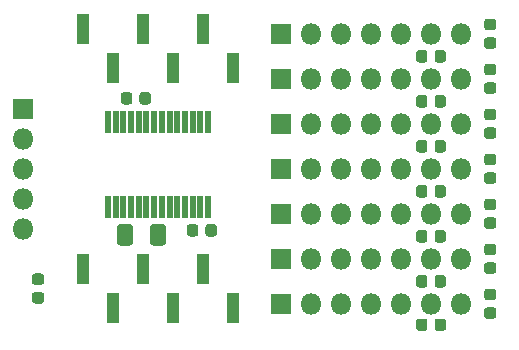
<source format=gts>
%TF.GenerationSoftware,KiCad,Pcbnew,(5.1.6)-1*%
%TF.CreationDate,2020-07-31T18:02:46-07:00*%
%TF.ProjectId,dspic33ev256gm102,64737069-6333-4336-9576-323536676d31,rev?*%
%TF.SameCoordinates,Original*%
%TF.FileFunction,Soldermask,Top*%
%TF.FilePolarity,Negative*%
%FSLAX46Y46*%
G04 Gerber Fmt 4.6, Leading zero omitted, Abs format (unit mm)*
G04 Created by KiCad (PCBNEW (5.1.6)-1) date 2020-07-31 18:02:46*
%MOMM*%
%LPD*%
G01*
G04 APERTURE LIST*
%ADD10O,1.801600X1.801600*%
%ADD11R,1.801600X1.801600*%
%ADD12R,0.551600X1.851600*%
%ADD13R,1.101600X2.611600*%
G04 APERTURE END LIST*
D10*
%TO.C,J3*%
X190881000Y-83820000D03*
X188341000Y-83820000D03*
X185801000Y-83820000D03*
X183261000Y-83820000D03*
X180721000Y-83820000D03*
X178181000Y-83820000D03*
D11*
X175641000Y-83820000D03*
%TD*%
%TO.C,R14*%
G36*
G01*
X187065200Y-101119650D02*
X187065200Y-100556350D01*
G75*
G02*
X187309350Y-100312200I244150J0D01*
G01*
X187797650Y-100312200D01*
G75*
G02*
X188041800Y-100556350I0J-244150D01*
G01*
X188041800Y-101119650D01*
G75*
G02*
X187797650Y-101363800I-244150J0D01*
G01*
X187309350Y-101363800D01*
G75*
G02*
X187065200Y-101119650I0J244150D01*
G01*
G37*
G36*
G01*
X188640200Y-101119650D02*
X188640200Y-100556350D01*
G75*
G02*
X188884350Y-100312200I244150J0D01*
G01*
X189372650Y-100312200D01*
G75*
G02*
X189616800Y-100556350I0J-244150D01*
G01*
X189616800Y-101119650D01*
G75*
G02*
X189372650Y-101363800I-244150J0D01*
G01*
X188884350Y-101363800D01*
G75*
G02*
X188640200Y-101119650I0J244150D01*
G01*
G37*
%TD*%
%TO.C,R13*%
G36*
G01*
X187065200Y-97436650D02*
X187065200Y-96873350D01*
G75*
G02*
X187309350Y-96629200I244150J0D01*
G01*
X187797650Y-96629200D01*
G75*
G02*
X188041800Y-96873350I0J-244150D01*
G01*
X188041800Y-97436650D01*
G75*
G02*
X187797650Y-97680800I-244150J0D01*
G01*
X187309350Y-97680800D01*
G75*
G02*
X187065200Y-97436650I0J244150D01*
G01*
G37*
G36*
G01*
X188640200Y-97436650D02*
X188640200Y-96873350D01*
G75*
G02*
X188884350Y-96629200I244150J0D01*
G01*
X189372650Y-96629200D01*
G75*
G02*
X189616800Y-96873350I0J-244150D01*
G01*
X189616800Y-97436650D01*
G75*
G02*
X189372650Y-97680800I-244150J0D01*
G01*
X188884350Y-97680800D01*
G75*
G02*
X188640200Y-97436650I0J244150D01*
G01*
G37*
%TD*%
%TO.C,R12*%
G36*
G01*
X187065200Y-93626650D02*
X187065200Y-93063350D01*
G75*
G02*
X187309350Y-92819200I244150J0D01*
G01*
X187797650Y-92819200D01*
G75*
G02*
X188041800Y-93063350I0J-244150D01*
G01*
X188041800Y-93626650D01*
G75*
G02*
X187797650Y-93870800I-244150J0D01*
G01*
X187309350Y-93870800D01*
G75*
G02*
X187065200Y-93626650I0J244150D01*
G01*
G37*
G36*
G01*
X188640200Y-93626650D02*
X188640200Y-93063350D01*
G75*
G02*
X188884350Y-92819200I244150J0D01*
G01*
X189372650Y-92819200D01*
G75*
G02*
X189616800Y-93063350I0J-244150D01*
G01*
X189616800Y-93626650D01*
G75*
G02*
X189372650Y-93870800I-244150J0D01*
G01*
X188884350Y-93870800D01*
G75*
G02*
X188640200Y-93626650I0J244150D01*
G01*
G37*
%TD*%
%TO.C,R11*%
G36*
G01*
X187065200Y-89816650D02*
X187065200Y-89253350D01*
G75*
G02*
X187309350Y-89009200I244150J0D01*
G01*
X187797650Y-89009200D01*
G75*
G02*
X188041800Y-89253350I0J-244150D01*
G01*
X188041800Y-89816650D01*
G75*
G02*
X187797650Y-90060800I-244150J0D01*
G01*
X187309350Y-90060800D01*
G75*
G02*
X187065200Y-89816650I0J244150D01*
G01*
G37*
G36*
G01*
X188640200Y-89816650D02*
X188640200Y-89253350D01*
G75*
G02*
X188884350Y-89009200I244150J0D01*
G01*
X189372650Y-89009200D01*
G75*
G02*
X189616800Y-89253350I0J-244150D01*
G01*
X189616800Y-89816650D01*
G75*
G02*
X189372650Y-90060800I-244150J0D01*
G01*
X188884350Y-90060800D01*
G75*
G02*
X188640200Y-89816650I0J244150D01*
G01*
G37*
%TD*%
%TO.C,R7*%
G36*
G01*
X193075850Y-99359200D02*
X193639150Y-99359200D01*
G75*
G02*
X193883300Y-99603350I0J-244150D01*
G01*
X193883300Y-100091650D01*
G75*
G02*
X193639150Y-100335800I-244150J0D01*
G01*
X193075850Y-100335800D01*
G75*
G02*
X192831700Y-100091650I0J244150D01*
G01*
X192831700Y-99603350D01*
G75*
G02*
X193075850Y-99359200I244150J0D01*
G01*
G37*
G36*
G01*
X193075850Y-97784200D02*
X193639150Y-97784200D01*
G75*
G02*
X193883300Y-98028350I0J-244150D01*
G01*
X193883300Y-98516650D01*
G75*
G02*
X193639150Y-98760800I-244150J0D01*
G01*
X193075850Y-98760800D01*
G75*
G02*
X192831700Y-98516650I0J244150D01*
G01*
X192831700Y-98028350D01*
G75*
G02*
X193075850Y-97784200I244150J0D01*
G01*
G37*
%TD*%
%TO.C,R6*%
G36*
G01*
X193075850Y-95549200D02*
X193639150Y-95549200D01*
G75*
G02*
X193883300Y-95793350I0J-244150D01*
G01*
X193883300Y-96281650D01*
G75*
G02*
X193639150Y-96525800I-244150J0D01*
G01*
X193075850Y-96525800D01*
G75*
G02*
X192831700Y-96281650I0J244150D01*
G01*
X192831700Y-95793350D01*
G75*
G02*
X193075850Y-95549200I244150J0D01*
G01*
G37*
G36*
G01*
X193075850Y-93974200D02*
X193639150Y-93974200D01*
G75*
G02*
X193883300Y-94218350I0J-244150D01*
G01*
X193883300Y-94706650D01*
G75*
G02*
X193639150Y-94950800I-244150J0D01*
G01*
X193075850Y-94950800D01*
G75*
G02*
X192831700Y-94706650I0J244150D01*
G01*
X192831700Y-94218350D01*
G75*
G02*
X193075850Y-93974200I244150J0D01*
G01*
G37*
%TD*%
%TO.C,R5*%
G36*
G01*
X193075850Y-91739200D02*
X193639150Y-91739200D01*
G75*
G02*
X193883300Y-91983350I0J-244150D01*
G01*
X193883300Y-92471650D01*
G75*
G02*
X193639150Y-92715800I-244150J0D01*
G01*
X193075850Y-92715800D01*
G75*
G02*
X192831700Y-92471650I0J244150D01*
G01*
X192831700Y-91983350D01*
G75*
G02*
X193075850Y-91739200I244150J0D01*
G01*
G37*
G36*
G01*
X193075850Y-90164200D02*
X193639150Y-90164200D01*
G75*
G02*
X193883300Y-90408350I0J-244150D01*
G01*
X193883300Y-90896650D01*
G75*
G02*
X193639150Y-91140800I-244150J0D01*
G01*
X193075850Y-91140800D01*
G75*
G02*
X192831700Y-90896650I0J244150D01*
G01*
X192831700Y-90408350D01*
G75*
G02*
X193075850Y-90164200I244150J0D01*
G01*
G37*
%TD*%
%TO.C,R4*%
G36*
G01*
X193075850Y-87929200D02*
X193639150Y-87929200D01*
G75*
G02*
X193883300Y-88173350I0J-244150D01*
G01*
X193883300Y-88661650D01*
G75*
G02*
X193639150Y-88905800I-244150J0D01*
G01*
X193075850Y-88905800D01*
G75*
G02*
X192831700Y-88661650I0J244150D01*
G01*
X192831700Y-88173350D01*
G75*
G02*
X193075850Y-87929200I244150J0D01*
G01*
G37*
G36*
G01*
X193075850Y-86354200D02*
X193639150Y-86354200D01*
G75*
G02*
X193883300Y-86598350I0J-244150D01*
G01*
X193883300Y-87086650D01*
G75*
G02*
X193639150Y-87330800I-244150J0D01*
G01*
X193075850Y-87330800D01*
G75*
G02*
X192831700Y-87086650I0J244150D01*
G01*
X192831700Y-86598350D01*
G75*
G02*
X193075850Y-86354200I244150J0D01*
G01*
G37*
%TD*%
%TO.C,R10*%
G36*
G01*
X187065200Y-86006650D02*
X187065200Y-85443350D01*
G75*
G02*
X187309350Y-85199200I244150J0D01*
G01*
X187797650Y-85199200D01*
G75*
G02*
X188041800Y-85443350I0J-244150D01*
G01*
X188041800Y-86006650D01*
G75*
G02*
X187797650Y-86250800I-244150J0D01*
G01*
X187309350Y-86250800D01*
G75*
G02*
X187065200Y-86006650I0J244150D01*
G01*
G37*
G36*
G01*
X188640200Y-86006650D02*
X188640200Y-85443350D01*
G75*
G02*
X188884350Y-85199200I244150J0D01*
G01*
X189372650Y-85199200D01*
G75*
G02*
X189616800Y-85443350I0J-244150D01*
G01*
X189616800Y-86006650D01*
G75*
G02*
X189372650Y-86250800I-244150J0D01*
G01*
X188884350Y-86250800D01*
G75*
G02*
X188640200Y-86006650I0J244150D01*
G01*
G37*
%TD*%
%TO.C,R3*%
G36*
G01*
X193075850Y-84119200D02*
X193639150Y-84119200D01*
G75*
G02*
X193883300Y-84363350I0J-244150D01*
G01*
X193883300Y-84851650D01*
G75*
G02*
X193639150Y-85095800I-244150J0D01*
G01*
X193075850Y-85095800D01*
G75*
G02*
X192831700Y-84851650I0J244150D01*
G01*
X192831700Y-84363350D01*
G75*
G02*
X193075850Y-84119200I244150J0D01*
G01*
G37*
G36*
G01*
X193075850Y-82544200D02*
X193639150Y-82544200D01*
G75*
G02*
X193883300Y-82788350I0J-244150D01*
G01*
X193883300Y-83276650D01*
G75*
G02*
X193639150Y-83520800I-244150J0D01*
G01*
X193075850Y-83520800D01*
G75*
G02*
X192831700Y-83276650I0J244150D01*
G01*
X192831700Y-82788350D01*
G75*
G02*
X193075850Y-82544200I244150J0D01*
G01*
G37*
%TD*%
%TO.C,R9*%
G36*
G01*
X187065200Y-82196650D02*
X187065200Y-81633350D01*
G75*
G02*
X187309350Y-81389200I244150J0D01*
G01*
X187797650Y-81389200D01*
G75*
G02*
X188041800Y-81633350I0J-244150D01*
G01*
X188041800Y-82196650D01*
G75*
G02*
X187797650Y-82440800I-244150J0D01*
G01*
X187309350Y-82440800D01*
G75*
G02*
X187065200Y-82196650I0J244150D01*
G01*
G37*
G36*
G01*
X188640200Y-82196650D02*
X188640200Y-81633350D01*
G75*
G02*
X188884350Y-81389200I244150J0D01*
G01*
X189372650Y-81389200D01*
G75*
G02*
X189616800Y-81633350I0J-244150D01*
G01*
X189616800Y-82196650D01*
G75*
G02*
X189372650Y-82440800I-244150J0D01*
G01*
X188884350Y-82440800D01*
G75*
G02*
X188640200Y-82196650I0J244150D01*
G01*
G37*
%TD*%
%TO.C,R8*%
G36*
G01*
X187065200Y-78386650D02*
X187065200Y-77823350D01*
G75*
G02*
X187309350Y-77579200I244150J0D01*
G01*
X187797650Y-77579200D01*
G75*
G02*
X188041800Y-77823350I0J-244150D01*
G01*
X188041800Y-78386650D01*
G75*
G02*
X187797650Y-78630800I-244150J0D01*
G01*
X187309350Y-78630800D01*
G75*
G02*
X187065200Y-78386650I0J244150D01*
G01*
G37*
G36*
G01*
X188640200Y-78386650D02*
X188640200Y-77823350D01*
G75*
G02*
X188884350Y-77579200I244150J0D01*
G01*
X189372650Y-77579200D01*
G75*
G02*
X189616800Y-77823350I0J-244150D01*
G01*
X189616800Y-78386650D01*
G75*
G02*
X189372650Y-78630800I-244150J0D01*
G01*
X188884350Y-78630800D01*
G75*
G02*
X188640200Y-78386650I0J244150D01*
G01*
G37*
%TD*%
%TO.C,R2*%
G36*
G01*
X193075850Y-80309200D02*
X193639150Y-80309200D01*
G75*
G02*
X193883300Y-80553350I0J-244150D01*
G01*
X193883300Y-81041650D01*
G75*
G02*
X193639150Y-81285800I-244150J0D01*
G01*
X193075850Y-81285800D01*
G75*
G02*
X192831700Y-81041650I0J244150D01*
G01*
X192831700Y-80553350D01*
G75*
G02*
X193075850Y-80309200I244150J0D01*
G01*
G37*
G36*
G01*
X193075850Y-78734200D02*
X193639150Y-78734200D01*
G75*
G02*
X193883300Y-78978350I0J-244150D01*
G01*
X193883300Y-79466650D01*
G75*
G02*
X193639150Y-79710800I-244150J0D01*
G01*
X193075850Y-79710800D01*
G75*
G02*
X192831700Y-79466650I0J244150D01*
G01*
X192831700Y-78978350D01*
G75*
G02*
X193075850Y-78734200I244150J0D01*
G01*
G37*
%TD*%
%TO.C,R1*%
G36*
G01*
X193075850Y-76499200D02*
X193639150Y-76499200D01*
G75*
G02*
X193883300Y-76743350I0J-244150D01*
G01*
X193883300Y-77231650D01*
G75*
G02*
X193639150Y-77475800I-244150J0D01*
G01*
X193075850Y-77475800D01*
G75*
G02*
X192831700Y-77231650I0J244150D01*
G01*
X192831700Y-76743350D01*
G75*
G02*
X193075850Y-76499200I244150J0D01*
G01*
G37*
G36*
G01*
X193075850Y-74924200D02*
X193639150Y-74924200D01*
G75*
G02*
X193883300Y-75168350I0J-244150D01*
G01*
X193883300Y-75656650D01*
G75*
G02*
X193639150Y-75900800I-244150J0D01*
G01*
X193075850Y-75900800D01*
G75*
G02*
X192831700Y-75656650I0J244150D01*
G01*
X192831700Y-75168350D01*
G75*
G02*
X193075850Y-74924200I244150J0D01*
G01*
G37*
%TD*%
D10*
%TO.C,J1*%
X190881000Y-76200000D03*
X188341000Y-76200000D03*
X185801000Y-76200000D03*
X183261000Y-76200000D03*
X180721000Y-76200000D03*
X178181000Y-76200000D03*
D11*
X175641000Y-76200000D03*
%TD*%
%TO.C,C2*%
G36*
G01*
X165902800Y-92562520D02*
X165902800Y-93873480D01*
G75*
G02*
X165632480Y-94143800I-270320J0D01*
G01*
X164821520Y-94143800D01*
G75*
G02*
X164551200Y-93873480I0J270320D01*
G01*
X164551200Y-92562520D01*
G75*
G02*
X164821520Y-92292200I270320J0D01*
G01*
X165632480Y-92292200D01*
G75*
G02*
X165902800Y-92562520I0J-270320D01*
G01*
G37*
G36*
G01*
X163102800Y-92562520D02*
X163102800Y-93873480D01*
G75*
G02*
X162832480Y-94143800I-270320J0D01*
G01*
X162021520Y-94143800D01*
G75*
G02*
X161751200Y-93873480I0J270320D01*
G01*
X161751200Y-92562520D01*
G75*
G02*
X162021520Y-92292200I270320J0D01*
G01*
X162832480Y-92292200D01*
G75*
G02*
X163102800Y-92562520I0J-270320D01*
G01*
G37*
%TD*%
%TO.C,C3*%
G36*
G01*
X163646700Y-81942650D02*
X163646700Y-81379350D01*
G75*
G02*
X163890850Y-81135200I244150J0D01*
G01*
X164379150Y-81135200D01*
G75*
G02*
X164623300Y-81379350I0J-244150D01*
G01*
X164623300Y-81942650D01*
G75*
G02*
X164379150Y-82186800I-244150J0D01*
G01*
X163890850Y-82186800D01*
G75*
G02*
X163646700Y-81942650I0J244150D01*
G01*
G37*
G36*
G01*
X162071700Y-81942650D02*
X162071700Y-81379350D01*
G75*
G02*
X162315850Y-81135200I244150J0D01*
G01*
X162804150Y-81135200D01*
G75*
G02*
X163048300Y-81379350I0J-244150D01*
G01*
X163048300Y-81942650D01*
G75*
G02*
X162804150Y-82186800I-244150J0D01*
G01*
X162315850Y-82186800D01*
G75*
G02*
X162071700Y-81942650I0J244150D01*
G01*
G37*
%TD*%
%TO.C,C4*%
G36*
G01*
X168636300Y-92555350D02*
X168636300Y-93118650D01*
G75*
G02*
X168392150Y-93362800I-244150J0D01*
G01*
X167903850Y-93362800D01*
G75*
G02*
X167659700Y-93118650I0J244150D01*
G01*
X167659700Y-92555350D01*
G75*
G02*
X167903850Y-92311200I244150J0D01*
G01*
X168392150Y-92311200D01*
G75*
G02*
X168636300Y-92555350I0J-244150D01*
G01*
G37*
G36*
G01*
X170211300Y-92555350D02*
X170211300Y-93118650D01*
G75*
G02*
X169967150Y-93362800I-244150J0D01*
G01*
X169478850Y-93362800D01*
G75*
G02*
X169234700Y-93118650I0J244150D01*
G01*
X169234700Y-92555350D01*
G75*
G02*
X169478850Y-92311200I244150J0D01*
G01*
X169967150Y-92311200D01*
G75*
G02*
X170211300Y-92555350I0J-244150D01*
G01*
G37*
%TD*%
%TO.C,J2*%
X175641000Y-80010000D03*
D10*
X178181000Y-80010000D03*
X180721000Y-80010000D03*
X183261000Y-80010000D03*
X185801000Y-80010000D03*
X188341000Y-80010000D03*
X190881000Y-80010000D03*
%TD*%
D11*
%TO.C,J4*%
X175641000Y-87630000D03*
D10*
X178181000Y-87630000D03*
X180721000Y-87630000D03*
X183261000Y-87630000D03*
X185801000Y-87630000D03*
X188341000Y-87630000D03*
X190881000Y-87630000D03*
%TD*%
%TO.C,J5*%
X190881000Y-91440000D03*
X188341000Y-91440000D03*
X185801000Y-91440000D03*
X183261000Y-91440000D03*
X180721000Y-91440000D03*
X178181000Y-91440000D03*
D11*
X175641000Y-91440000D03*
%TD*%
D10*
%TO.C,J6*%
X190881000Y-95250000D03*
X188341000Y-95250000D03*
X185801000Y-95250000D03*
X183261000Y-95250000D03*
X180721000Y-95250000D03*
X178181000Y-95250000D03*
D11*
X175641000Y-95250000D03*
%TD*%
%TO.C,J7*%
X175641000Y-99060000D03*
D10*
X178181000Y-99060000D03*
X180721000Y-99060000D03*
X183261000Y-99060000D03*
X185801000Y-99060000D03*
X188341000Y-99060000D03*
X190881000Y-99060000D03*
%TD*%
%TO.C,J10*%
X153797000Y-92710000D03*
X153797000Y-90170000D03*
X153797000Y-87630000D03*
X153797000Y-85090000D03*
D11*
X153797000Y-82550000D03*
%TD*%
D12*
%TO.C,U1*%
X169452000Y-83649000D03*
X168802000Y-83649000D03*
X168152000Y-83649000D03*
X167502000Y-83649000D03*
X166852000Y-83649000D03*
X166202000Y-83649000D03*
X165552000Y-83649000D03*
X164902000Y-83649000D03*
X164252000Y-83649000D03*
X163602000Y-83649000D03*
X162952000Y-83649000D03*
X162302000Y-83649000D03*
X161652000Y-83649000D03*
X161002000Y-83649000D03*
X161002000Y-90849000D03*
X161652000Y-90849000D03*
X162302000Y-90849000D03*
X162952000Y-90849000D03*
X163602000Y-90849000D03*
X164252000Y-90849000D03*
X164902000Y-90849000D03*
X165552000Y-90849000D03*
X166202000Y-90849000D03*
X166852000Y-90849000D03*
X167502000Y-90849000D03*
X168152000Y-90849000D03*
X168802000Y-90849000D03*
X169452000Y-90849000D03*
%TD*%
D13*
%TO.C,J8*%
X161417000Y-99445000D03*
X166497000Y-99445000D03*
X171577000Y-99445000D03*
X158877000Y-96135000D03*
X163957000Y-96135000D03*
X169037000Y-96135000D03*
%TD*%
%TO.C,J9*%
X161417000Y-79125000D03*
X166497000Y-79125000D03*
X171577000Y-79125000D03*
X158877000Y-75815000D03*
X163957000Y-75815000D03*
X169037000Y-75815000D03*
%TD*%
%TO.C,JP2*%
G36*
G01*
X154785350Y-98063700D02*
X155348650Y-98063700D01*
G75*
G02*
X155592800Y-98307850I0J-244150D01*
G01*
X155592800Y-98796150D01*
G75*
G02*
X155348650Y-99040300I-244150J0D01*
G01*
X154785350Y-99040300D01*
G75*
G02*
X154541200Y-98796150I0J244150D01*
G01*
X154541200Y-98307850D01*
G75*
G02*
X154785350Y-98063700I244150J0D01*
G01*
G37*
G36*
G01*
X154785350Y-96488700D02*
X155348650Y-96488700D01*
G75*
G02*
X155592800Y-96732850I0J-244150D01*
G01*
X155592800Y-97221150D01*
G75*
G02*
X155348650Y-97465300I-244150J0D01*
G01*
X154785350Y-97465300D01*
G75*
G02*
X154541200Y-97221150I0J244150D01*
G01*
X154541200Y-96732850D01*
G75*
G02*
X154785350Y-96488700I244150J0D01*
G01*
G37*
%TD*%
M02*

</source>
